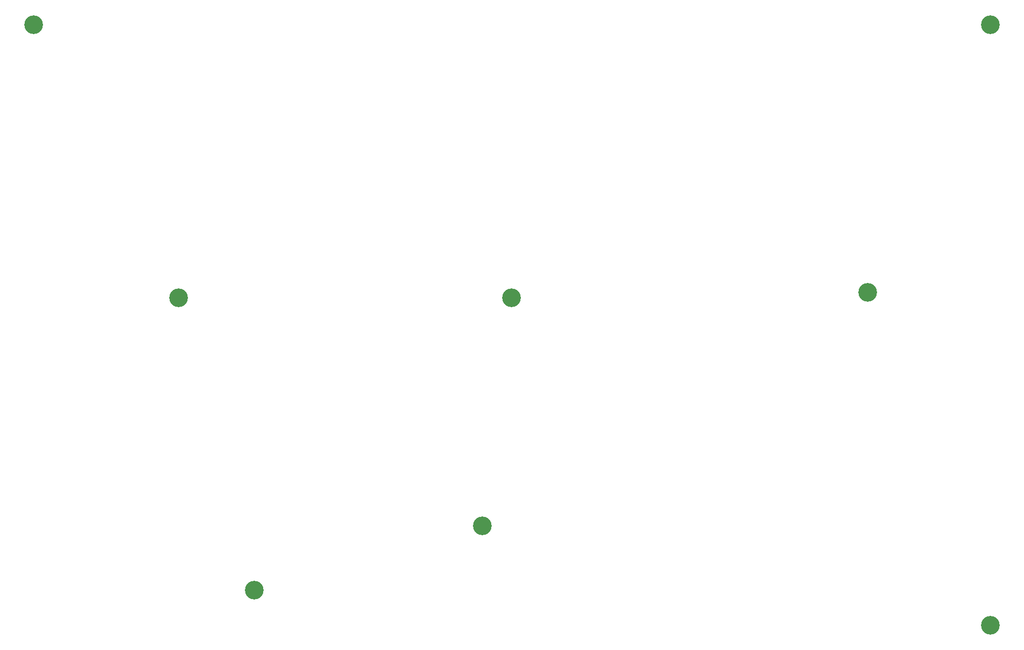
<source format=gbr>
G04 #@! TF.GenerationSoftware,KiCad,Pcbnew,5.1.10*
G04 #@! TF.CreationDate,2021-08-05T22:56:14+02:00*
G04 #@! TF.ProjectId,plate,706c6174-652e-46b6-9963-61645f706362,rev?*
G04 #@! TF.SameCoordinates,Original*
G04 #@! TF.FileFunction,Soldermask,Top*
G04 #@! TF.FilePolarity,Negative*
%FSLAX46Y46*%
G04 Gerber Fmt 4.6, Leading zero omitted, Abs format (unit mm)*
G04 Created by KiCad (PCBNEW 5.1.10) date 2021-08-05 22:56:14*
%MOMM*%
%LPD*%
G01*
G04 APERTURE LIST*
%ADD10C,3.200000*%
G04 APERTURE END LIST*
D10*
G04 #@! TO.C,REF\u002A\u002A*
X62250000Y-103068000D03*
G04 #@! TD*
G04 #@! TO.C,REF\u002A\u002A*
X119250000Y-103068000D03*
G04 #@! TD*
G04 #@! TO.C,REF\u002A\u002A*
X37490000Y-56324000D03*
G04 #@! TD*
G04 #@! TO.C,REF\u002A\u002A*
X75250000Y-153068000D03*
G04 #@! TD*
G04 #@! TO.C,REF\u002A\u002A*
X114250000Y-142068000D03*
G04 #@! TD*
G04 #@! TO.C,REF\u002A\u002A*
X201232000Y-56324000D03*
G04 #@! TD*
G04 #@! TO.C,REF\u002A\u002A*
X180250000Y-102068000D03*
G04 #@! TD*
G04 #@! TO.C,REF\u002A\u002A*
X201232000Y-159068000D03*
G04 #@! TD*
M02*

</source>
